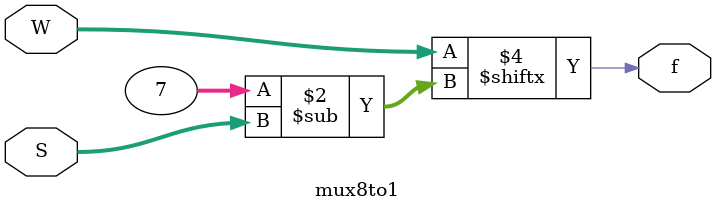
<source format=v>
module BCDtoXS3(BCD, XS3);
input [3:0]BCD;
output [3:0]XS3;

mux8to1 m1({~BCD[0], BCD[0], ~BCD[0], BCD[0], ~BCD[0], 1'b0, 1'b0, 1'b0}, BCD[3:1], XS3[1]); 
mux8to1 m2({BCD[0], 1'b1, ~BCD[0], 1'b0, BCD[0], 1'b0, 1'b0, 1'b0}, BCD[3:1], XS3[2]); 
mux8to1 m3({1'b0, 1'b0, BCD[0], 1'b1, 1'b1, 1'b0, 1'b0, 1'b0}, BCD[3:1], XS3[3]); 
assign XS3[0] = ~BCD[0];

endmodule


module mux8to1(W, S, f);
input [0:7]W;
input [2:0]S;
output f;
reg f;

always@(W or S)
        f = W[S];
        
endmodule

</source>
